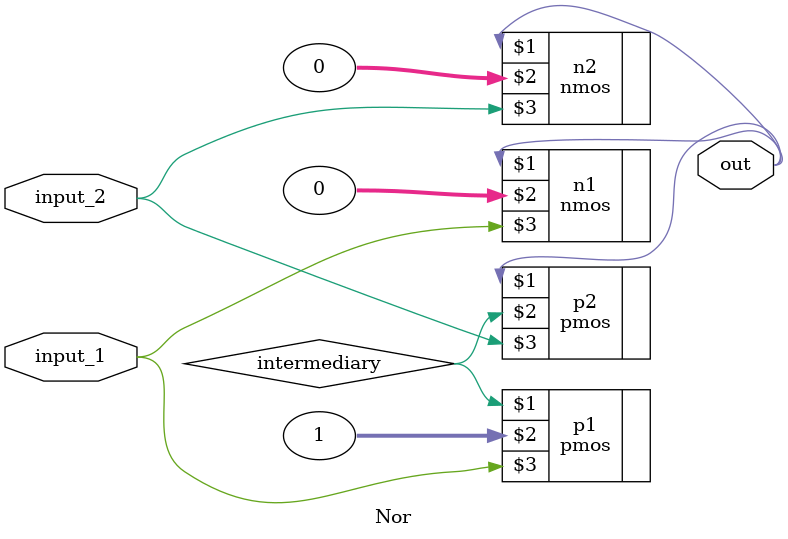
<source format=v>
module Nor(input_1, input_2, out);
	input input_1;
	input input_2;
	output out;

	wire input_1;
	wire input_2;
	wire out;
	
	wire intermediary;	

	nmos n1(out, 0, input_1);
	nmos n2(out, 0, input_2);
	
	pmos p1(intermediary, 1, input_1);
	pmos p2(out, intermediary, input_2);
endmodule

</source>
